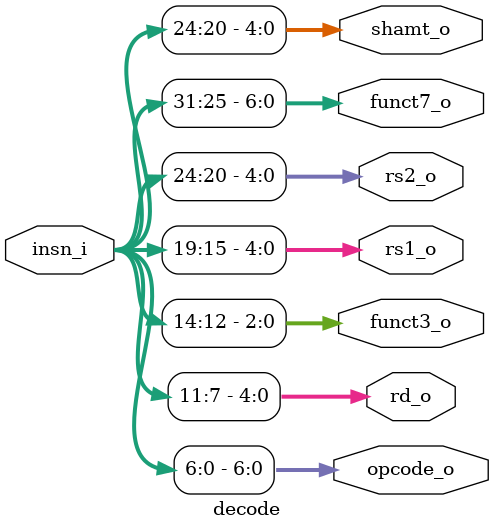
<source format=sv>
/*
 * Module: decode
 *
 * Description: Instruction decode stage.
 * Extracts all fields from a 32-bit RV32I instruction.
 */
`include "constants.svh"

module decode #(
    parameter int DWIDTH = 32
)(
    input logic [31:0] insn_i,
    
    // Decoded fields
    output logic [6:0] opcode_o,
    output logic [4:0] rd_o,
    output logic [2:0] funct3_o,
    output logic [4:0] rs1_o,
    output logic [4:0] rs2_o,
    output logic [6:0] funct7_o,
    output logic [4:0] shamt_o
);

    // Nothing fancy here—just break the instruction into the fields everyone expects.
    assign opcode_o = insn_i[6:0];
    assign rd_o     = insn_i[11:7];
    assign funct3_o = insn_i[14:12];
    assign rs1_o    = insn_i[19:15];
    assign rs2_o    = insn_i[24:20];
    assign funct7_o = insn_i[31:25];
    assign shamt_o  = insn_i[24:20];  // shamt shares bits with rs2 for shift immediates

endmodule : decode

</source>
